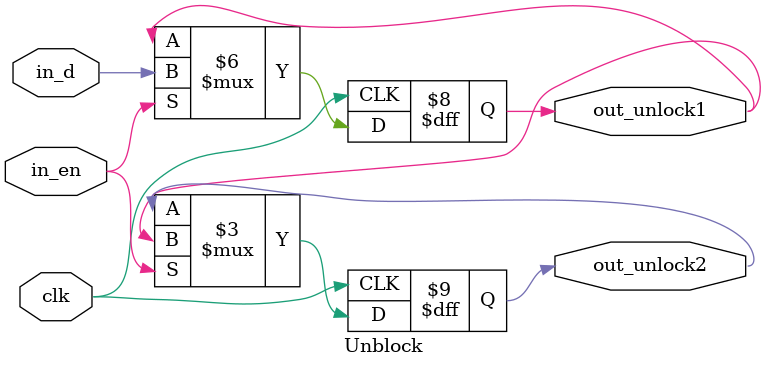
<source format=v>
module Unblock(clk,in_en,in_d,out_unlock1,out_unlock2);
input clk,in_en,in_d;
output reg out_unlock1,out_unlock2;

always @(posedge clk)
begin
	if(in_en)
	begin
		out_unlock1<=in_d;
		out_unlock2<=out_unlock1;
	end
	else
	begin
		out_unlock1<=out_unlock1;
		out_unlock2<=out_unlock2;
	end
end

endmodule
</source>
